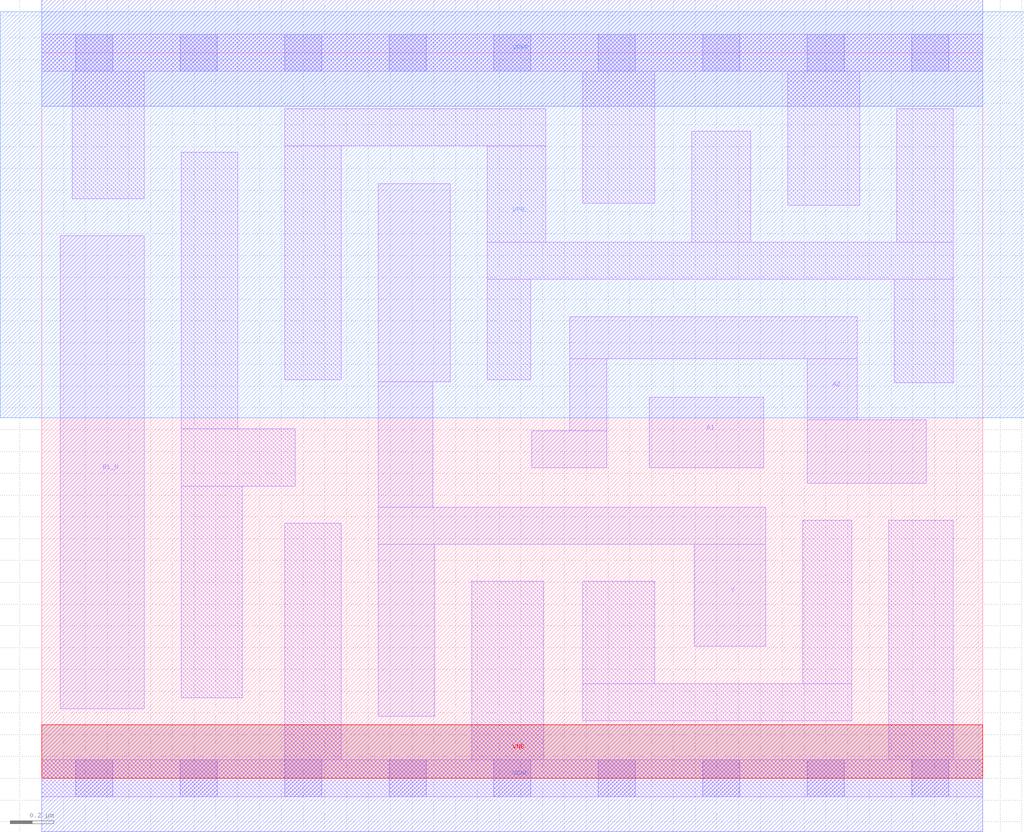
<source format=lef>
# Copyright 2020 The SkyWater PDK Authors
#
# Licensed under the Apache License, Version 2.0 (the "License");
# you may not use this file except in compliance with the License.
# You may obtain a copy of the License at
#
#     https://www.apache.org/licenses/LICENSE-2.0
#
# Unless required by applicable law or agreed to in writing, software
# distributed under the License is distributed on an "AS IS" BASIS,
# WITHOUT WARRANTIES OR CONDITIONS OF ANY KIND, either express or implied.
# See the License for the specific language governing permissions and
# limitations under the License.
#
# SPDX-License-Identifier: Apache-2.0

VERSION 5.7 ;
  NOWIREEXTENSIONATPIN ON ;
  DIVIDERCHAR "/" ;
  BUSBITCHARS "[]" ;
MACRO sky130_fd_sc_lp__a21boi_2
  CLASS CORE ;
  FOREIGN sky130_fd_sc_lp__a21boi_2 ;
  ORIGIN  0.000000  0.000000 ;
  SIZE  4.320000 BY  3.330000 ;
  SYMMETRY X Y R90 ;
  SITE unit ;
  PIN A1
    ANTENNAGATEAREA  0.630000 ;
    DIRECTION INPUT ;
    USE SIGNAL ;
    PORT
      LAYER li1 ;
        RECT 2.790000 1.425000 3.315000 1.750000 ;
    END
  END A1
  PIN A2
    ANTENNAGATEAREA  0.630000 ;
    DIRECTION INPUT ;
    USE SIGNAL ;
    PORT
      LAYER li1 ;
        RECT 2.250000 1.425000 2.595000 1.595000 ;
        RECT 2.425000 1.595000 2.595000 1.925000 ;
        RECT 2.425000 1.925000 3.745000 2.120000 ;
        RECT 3.515000 1.355000 4.060000 1.645000 ;
        RECT 3.515000 1.645000 3.745000 1.925000 ;
    END
  END A2
  PIN B1_N
    ANTENNAGATEAREA  0.126000 ;
    DIRECTION INPUT ;
    USE SIGNAL ;
    PORT
      LAYER li1 ;
        RECT 0.085000 0.320000 0.470000 2.490000 ;
    END
  END B1_N
  PIN Y
    ANTENNADIFFAREA  0.890400 ;
    DIRECTION OUTPUT ;
    USE SIGNAL ;
    PORT
      LAYER li1 ;
        RECT 1.545000 0.285000 1.805000 1.075000 ;
        RECT 1.545000 1.075000 3.325000 1.245000 ;
        RECT 1.545000 1.245000 1.795000 1.820000 ;
        RECT 1.545000 1.820000 1.875000 2.730000 ;
        RECT 2.995000 0.605000 3.325000 1.075000 ;
    END
  END Y
  PIN VGND
    DIRECTION INOUT ;
    USE GROUND ;
    PORT
      LAYER met1 ;
        RECT 0.000000 -0.245000 4.320000 0.245000 ;
    END
  END VGND
  PIN VNB
    DIRECTION INOUT ;
    USE GROUND ;
    PORT
      LAYER pwell ;
        RECT 0.000000 0.000000 4.320000 0.245000 ;
    END
  END VNB
  PIN VPB
    DIRECTION INOUT ;
    USE POWER ;
    PORT
      LAYER nwell ;
        RECT -0.190000 1.655000 4.510000 3.520000 ;
    END
  END VPB
  PIN VPWR
    DIRECTION INOUT ;
    USE POWER ;
    PORT
      LAYER met1 ;
        RECT 0.000000 3.085000 4.320000 3.575000 ;
    END
  END VPWR
  OBS
    LAYER li1 ;
      RECT 0.000000 -0.085000 4.320000 0.085000 ;
      RECT 0.000000  3.245000 4.320000 3.415000 ;
      RECT 0.140000  2.660000 0.470000 3.245000 ;
      RECT 0.640000  0.370000 0.920000 1.340000 ;
      RECT 0.640000  1.340000 1.165000 1.605000 ;
      RECT 0.640000  1.605000 0.900000 2.875000 ;
      RECT 1.115000  0.085000 1.375000 1.170000 ;
      RECT 1.115000  1.830000 1.375000 2.905000 ;
      RECT 1.115000  2.905000 2.315000 3.075000 ;
      RECT 1.975000  0.085000 2.305000 0.905000 ;
      RECT 2.045000  1.830000 2.245000 2.290000 ;
      RECT 2.045000  2.290000 4.185000 2.460000 ;
      RECT 2.045000  2.460000 2.315000 2.905000 ;
      RECT 2.485000  0.265000 3.720000 0.435000 ;
      RECT 2.485000  0.435000 2.815000 0.905000 ;
      RECT 2.485000  2.640000 2.815000 3.245000 ;
      RECT 2.985000  2.460000 3.255000 2.970000 ;
      RECT 3.425000  2.630000 3.755000 3.245000 ;
      RECT 3.495000  0.435000 3.720000 1.185000 ;
      RECT 3.890000  0.085000 4.185000 1.185000 ;
      RECT 3.915000  1.815000 4.185000 2.290000 ;
      RECT 3.925000  2.460000 4.185000 3.075000 ;
    LAYER mcon ;
      RECT 0.155000 -0.085000 0.325000 0.085000 ;
      RECT 0.155000  3.245000 0.325000 3.415000 ;
      RECT 0.635000 -0.085000 0.805000 0.085000 ;
      RECT 0.635000  3.245000 0.805000 3.415000 ;
      RECT 1.115000 -0.085000 1.285000 0.085000 ;
      RECT 1.115000  3.245000 1.285000 3.415000 ;
      RECT 1.595000 -0.085000 1.765000 0.085000 ;
      RECT 1.595000  3.245000 1.765000 3.415000 ;
      RECT 2.075000 -0.085000 2.245000 0.085000 ;
      RECT 2.075000  3.245000 2.245000 3.415000 ;
      RECT 2.555000 -0.085000 2.725000 0.085000 ;
      RECT 2.555000  3.245000 2.725000 3.415000 ;
      RECT 3.035000 -0.085000 3.205000 0.085000 ;
      RECT 3.035000  3.245000 3.205000 3.415000 ;
      RECT 3.515000 -0.085000 3.685000 0.085000 ;
      RECT 3.515000  3.245000 3.685000 3.415000 ;
      RECT 3.995000 -0.085000 4.165000 0.085000 ;
      RECT 3.995000  3.245000 4.165000 3.415000 ;
  END
END sky130_fd_sc_lp__a21boi_2
END LIBRARY

</source>
